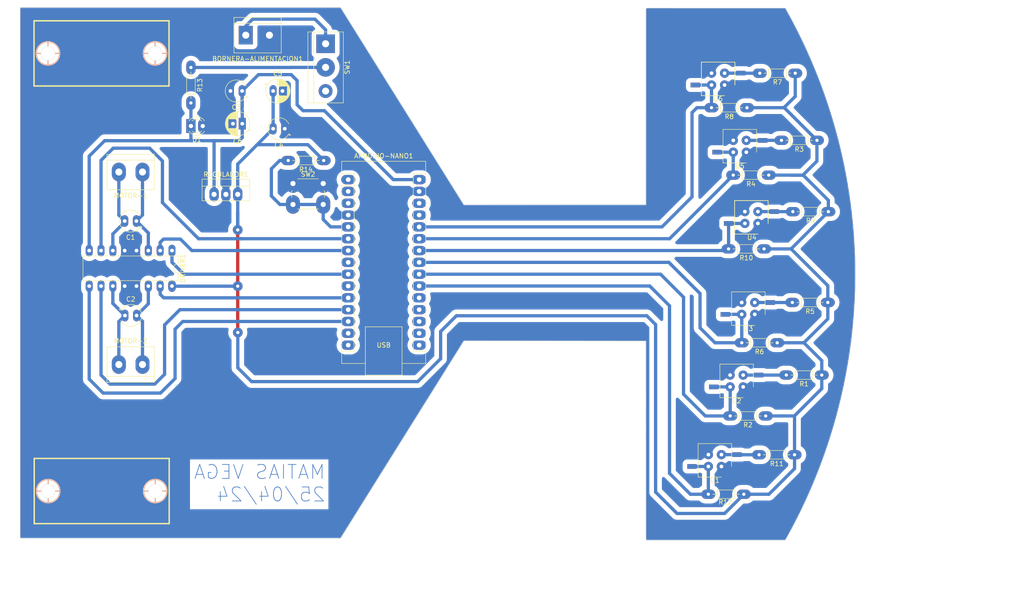
<source format=kicad_pcb>
(kicad_pcb (version 20240108) (generator "pcbnew") (generator_version "8.0")
  (layers (0 "F.Cu" signal) (31 "B.Cu" signal) (34 "B.Paste" user) (35 "F.Paste" user) (36 "B.SilkS" user "B.Silkscreen") (37 "F.SilkS" user "F.Silkscreen") (38 "B.Mask" user) (39 "F.Mask" user) (44 "Edge.Cuts" user))
  (net 0 "")
  (net 1 "GND")
  (net 2 "/OUT")
  (net 3 "/OUT 1")
  (net 4 "/OUT 2")
  (net 5 "/OUT 3")
  (net 6 "/OUT 4")
  (net 7 "/OUT 5")
  (net 8 "/MOTOR-1A")
  (net 9 "/MOTOR-1B")
  (net 10 "/MOTOR-2A")
  (net 11 "/MOTOR-2B")
  (net 12 "/EN-MOTOR-1")
  (net 13 "/EN-MOTOR-2")
  (net 17 "VCC")
  (net 18 "Net-(U2-A)")
  (net 19 "Net-(U5-A)")
  (net 20 "Net-(U3-A)")
  (net 21 "Net-(U6-A)")
  (net 22 "Net-(U4-A)")
  (net 23 "Net-(U1-A)")
  (net 32 "+5V")
  (net 33 "/SWITCH")
  (net 34 "Net-(DRIVER1-2Y)")
  (net 35 "Net-(DRIVER1-1Y)")
  (net 36 "Net-(DRIVER1-3Y)")
  (net 37 "Net-(DRIVER1-4Y)")
  (net 40 "Net-(BORNERA-ALIMENTACION1-Pin_2)")
  (net 41 "Net-(SW1A-B)")
  (footprint "Capacitor_THT:CP_Radial_Tantal_D4.5mm_P2.50mm" (layer "F.Cu") (at 106.748857 55.415 180)
    (property "Reference" "C4" (at 1.25 -3.5 180) (layer "F.SilkS"))
    (property "Value" ".1μF")
    (pad "1" thru_hole oval (at 0 0 180) (size 1.5 2.5) (drill 0.8) (layers "*.Cu" "*.Mask") (net 1 "GND"))
    (pad "2" thru_hole oval (at 2.5 0 180) (size 1.5 2.5) (drill 0.8) (layers "*.Cu" "*.Mask") (net 32 "+5V"))
  )
  (footprint "Package_TO_SOT_THT:TO-220-3_Vertical" (layer "F.Cu") (at 91.56 69.52)
    (property "Reference" "REGULADOR1" (at 2.54 -4.27 0) (layer "F.SilkS"))
    (property "Value" "L7805")
    (pad "1" thru_hole oval (at 0 0) (size 2 3) (drill 1.1) (layers "*.Cu" "*.Mask") (net 17 "VCC"))
    (pad "2" thru_hole oval (at 2.54 0) (size 2 3) (drill 1.1) (layers "*.Cu" "*.Mask") (net 1 "GND"))
    (pad "3" thru_hole oval (at 5.08 0) (size 2 3) (drill 1.1) (layers "*.Cu" "*.Mask") (net 32 "+5V"))
  )
  (footprint "Capacitor_THT:CP_Radial_Tantal_D4.5mm_P2.50mm" (layer "F.Cu") (at 74.868856 75.245 180)
    (property "Reference" "C1" (at 1.25 -3.5 180) (layer "F.SilkS"))
    (property "Value" "C")
    (pad "1" thru_hole oval (at 0 0 180) (size 1.5 2.5) (drill 0.8) (layers "*.Cu" "*.Mask") (net 35 "Net-(DRIVER1-1Y)"))
    (pad "2" thru_hole oval (at 2.5 0 180) (size 1.5 2.5) (drill 0.8) (layers "*.Cu" "*.Mask") (net 34 "Net-(DRIVER1-2Y)"))
  )
  (footprint "Resistor_THT:R_Axial_DIN0204_L3.6mm_D1.6mm_P7.62mm_Horizontal" (layer "F.Cu") (at 216.415 43.49 180)
    (property "Reference" "R7" (at 3.81 -1.92 0) (layer "F.SilkS"))
    (property "Value" "220")
    (pad "1" thru_hole oval (at 0 0 180) (size 3 2) (drill 0.7) (layers "*.Cu" "*.Mask") (net 32 "+5V"))
    (pad "2" thru_hole oval (at 7.62 0 180) (size 3 2) (drill 0.7) (layers "*.Cu" "*.Mask") (net 21 "Net-(U6-A)"))
  )
  (footprint "OptoDevice:Vishay_CNY70" (layer "F.Cu") (at 208.395 75.76 180)
    (property "Reference" "U4" (at 1.294 -3.036 0) (layer "F.SilkS"))
    (property "Value" "CNY70")
    (pad "1" thru_hole rect (at -3.5 2.54 180) (size 2 1) (drill 0.0001) (layers "*.Cu" "*.Mask") (net 22 "Net-(U4-A)"))
    (pad "1" thru_hole circle (at 0 2.54 180) (size 2 2) (drill 0.8) (layers "*.Cu" "*.Mask") (net 22 "Net-(U4-A)"))
    (pad "2" thru_hole circle (at 2.8 2.54 180) (size 2 2) (drill 0.8) (layers "*.Cu" "*.Mask") (net 1 "GND"))
    (pad "2" thru_hole rect (at 6.3 2.54 180) (size 2 1) (drill 0.0001) (layers "*.Cu" "*.Mask") (net 1 "GND"))
    (pad "3" thru_hole circle (at 2.8 0 180) (size 2 2) (drill 0.8) (layers "*.Cu" "*.Mask") (net 6 "/OUT 4"))
    (pad "3" thru_hole rect (at 6.3 0 180) (size 2 1) (drill 0.0001) (layers "*.Cu" "*.Mask") (net 6 "/OUT 4"))
    (pad "4" thru_hole rect (at -3.5 0 180) (size 2 1) (drill 0.0001) (layers "*.Cu" "*.Mask") (net 1 "GND"))
    (pad "4" thru_hole circle (at 0 0 180) (size 2 2) (drill 0.8) (layers "*.Cu" "*.Mask") (net 1 "GND"))
  )
  (footprint "Resistor_THT:R_Axial_DIN0204_L3.6mm_D1.6mm_P7.62mm_Horizontal" (layer "F.Cu") (at 210.715 65.38 180)
    (property "Reference" "R4" (at 3.81 -1.92 0) (layer "F.SilkS"))
    (property "Value" "10K")
    (pad "1" thru_hole oval (at 0 0 180) (size 3 2) (drill 0.7) (layers "*.Cu" "*.Mask") (net 32 "+5V"))
    (pad "2" thru_hole oval (at 7.62 0 180) (size 3 2) (drill 0.7) (layers "*.Cu" "*.Mask") (net 4 "/OUT 2"))
  )
  (footprint "Module:Arduino_Nano" (layer "F.Cu") (at 120.38 66.345)
    (property "Reference" "ARDUINO-NANO1" (at 7.62 -5.08 0) (layer "F.SilkS"))
    (property "Value" "Arduino_Nano_Every" (hide yes))
    (fp_text user "USB" (at 7.62 35.56 0) (layer "F.SilkS"))
    (pad "1" thru_hole oval (at 0 0) (size 3 2) (drill 1) (layers "*.Cu" "*.Mask"))
    (pad "2" thru_hole oval (at 0 2.54) (size 3 2) (drill 1) (layers "*.Cu" "*.Mask"))
    (pad "3" thru_hole oval (at 0 5.08) (size 3 2) (drill 1) (layers "*.Cu" "*.Mask"))
    (pad "4" thru_hole oval (at 0 7.62) (size 3 2) (drill 1) (layers "*.Cu" "*.Mask") (net 1 "GND"))
    (pad "5" thru_hole oval (at 0 10.16) (size 3 2) (drill 1) (layers "*.Cu" "*.Mask") (net 33 "/SWITCH"))
    (pad "6" thru_hole oval (at 0 12.7) (size 3 2) (drill 1) (layers "*.Cu" "*.Mask") (net 9 "/MOTOR-1B"))
    (pad "7" thru_hole oval (at 0 15.24) (size 3 2) (drill 1) (layers "*.Cu" "*.Mask") (net 8 "/MOTOR-1A"))
    (pad "8" thru_hole oval (at 0 17.78) (size 3 2) (drill 1) (layers "*.Cu" "*.Mask"))
    (pad "9" thru_hole oval (at 0 20.32) (size 3 2) (drill 1) (layers "*.Cu" "*.Mask" "Eco1.User") (net 12 "/EN-MOTOR-1"))
    (pad "10" thru_hole oval (at 0 22.86) (size 3 2) (drill 1) (layers "*.Cu" "*.Mask"))
    (pad "11" thru_hole oval (at 0 25.4) (size 3 2) (drill 1) (layers "*.Cu" "*.Mask") (net 10 "/MOTOR-2A"))
    (pad "12" thru_hole oval (at 0 27.94) (size 3 2) (drill 1) (layers "*.Cu" "*.Mask") (net 11 "/MOTOR-2B"))
    (pad "13" thru_hole oval (at 0 30.48) (size 3 2) (drill 1) (layers "*.Cu" "*.Mask") (net 13 "/EN-MOTOR-2"))
    (pad "14" thru_hole oval (at 0 33.02) (size 3 2) (drill 1) (layers "*.Cu" "*.Mask"))
    (pad "15" thru_hole oval (at 0 35.56) (size 3 2) (drill 1) (layers "*.Cu" "*.Mask"))
    (pad "16" thru_hole oval (at 15.24 35.56) (size 3 2) (drill 1) (layers "*.Cu" "*.Mask"))
    (pad "17" thru_hole oval (at 15.24 33.02) (size 3 2) (drill 1) (layers "*.Cu" "*.Mask"))
    (pad "18" thru_hole oval (at 15.24 30.48) (size 3 2) (drill 1) (layers "*.Cu" "*.Mask"))
    (pad "19" thru_hole oval (at 15.24 27.94) (size 3 2) (drill 1) (layers "*.Cu" "*.Mask"))
    (pad "20" thru_hole oval (at 15.24 25.4) (size 3 2) (drill 1) (layers "*.Cu" "*.Mask"))
    (pad "21" thru_hole oval (at 15.24 22.86) (size 3 2) (drill 1) (layers "*.Cu" "*.Mask") (net 7 "/OUT 5"))
    (pad "22" thru_hole oval (at 15.24 20.32) (size 3 2) (drill 1) (layers "*.Cu" "*.Mask") (net 2 "/OUT"))
    (pad "23" thru_hole oval (at 15.24 17.78) (size 3 2) (drill 1) (layers "*.Cu" "*.Mask") (net 3 "/OUT 1"))
    (pad "24" thru_hole oval (at 15.24 15.24) (size 3 2) (drill 1) (layers "*.Cu" "*.Mask") (net 6 "/OUT 4"))
    (pad "25" thru_hole oval (at 15.24 12.7) (size 3 2) (drill 1) (layers "*.Cu" "*.Mask") (net 4 "/OUT 2"))
    (pad "26" thru_hole oval (at 15.24 10.16) (size 3 2) (drill 1) (layers "*.Cu" "*.Mask") (net 5 "/OUT 3"))
    (pad "27" thru_hole oval (at 15.24 7.62) (size 3 2) (drill 1) (layers "*.Cu" "*.Mask"))
    (pad "28" thru_hole oval (at 15.24 5.08) (size 3 2) (drill 1) (layers "*.Cu" "*.Mask"))
    (pad "29" thru_hole oval (at 15.24 2.54) (size 3 2) (drill 1) (layers "*.Cu" "*.Mask") (net 1 "GND"))
    (pad "30" thru_hole oval (at 15.24 0) (size 3 2) (drill 1) (layers "*.Cu" "*.Mask") (net 17 "VCC"))
  )
  (footprint "Capacitor_THT:CP_Radial_D5.0mm_P2.00mm" (layer "F.Cu") (at 104.244888 47.305)
    (property "Reference" "C5" (at 1 -3.75 0) (layer "F.SilkS"))
    (property "Value" "22μF")
    (pad "1" thru_hole oval (at 0 0) (size 1.5 2.5) (drill 0.8) (layers "*.Cu" "*.Mask") (net 32 "+5V"))
    (pad "2" thru_hole oval (at 2 0) (size 1.5 2.5) (drill 0.8) (layers "*.Cu" "*.Mask") (net 1 "GND"))
  )
  (footprint "Resistor_THT:R_Axial_DIN0204_L3.6mm_D1.6mm_P7.62mm_Horizontal" (layer "F.Cu") (at 223.525 73.23 180)
    (property "Reference" "R9" (at 3.81 -1.92 0) (layer "F.SilkS"))
    (property "Value" "220")
    (pad "1" thru_hole oval (at 0 0 180) (size 3 2) (drill 0.7) (layers "*.Cu" "*.Mask") (net 32 "+5V"))
    (pad "2" thru_hole oval (at 7.62 0 180) (size 3 2) (drill 0.7) (layers "*.Cu" "*.Mask") (net 22 "Net-(U4-A)"))
  )
  (footprint "Library:Pololu_Micro_Con_Soporte_Simple" (layer "F.Cu") (at 67.379982 39.233797)
    (property "Reference" "Pololu_Micro_Gear_Motor" (hide yes))
    (property "Value" "VAL**" (hide yes))
    (pad "1" thru_hole circle (at 11.5 0) (size 3 3) (drill 3) (layers "*.Cu" "F.SilkS"))
    (pad "4" thru_hole circle (at -11.5 0) (size 3 3) (drill 3) (layers "*.Cu" "F.SilkS"))
  )
  (footprint "OptoDevice:Vishay_CNY70" (layer "F.Cu") (at 205.225 110.89 180)
    (property "Reference" "U2" (at 1.4 -3 180) (layer "F.SilkS"))
    (property "Value" "CNY70")
    (pad "1" thru_hole rect (at -3.35 2.55 180) (size 2 1) (drill 0.0001) (layers "*.Cu" "*.Mask") (net 18 "Net-(U2-A)"))
    (pad "1" thru_hole circle (at 0 2.55 180) (size 2 2) (drill 0.8) (layers "*.Cu" "*.Mask") (net 18 "Net-(U2-A)"))
    (pad "2" thru_hole circle (at 2.8 2.55 180) (size 2 2) (drill 0.8) (layers "*.Cu" "*.Mask") (net 1 "GND"))
    (pad "2" thru_hole rect (at 6.33 2.55 180) (size 2 1) (drill 0.0001) (layers "*.Cu" "*.Mask") (net 1 "GND"))
    (pad "3" thru_hole circle (at 2.8 0.01 180) (size 2 2) (drill 0.8) (layers "*.Cu" "*.Mask") (net 2 "/OUT"))
    (pad "3" thru_hole rect (at 6.33 0.01 180) (size 2 1) (drill 0.0001) (layers "*.Cu" "*.Mask") (net 2 "/OUT"))
    (pad "4" thru_hole rect (at -3.35 0.01 180) (size 2 1) (drill 0.0001) (layers "*.Cu" "*.Mask") (net 1 "GND"))
    (pad "4" thru_hole circle (at 0 0.01 180) (size 2 2) (drill 0.8) (layers "*.Cu" "*.Mask") (net 1 "GND"))
  )
  (footprint "Resistor_THT:R_Axial_DIN0204_L3.6mm_D1.6mm_P7.62mm_Horizontal" (layer "F.Cu") (at 223.415 92.74 180)
    (property "Reference" "R5" (at 3.81 -1.92 180) (layer "F.SilkS"))
    (property "Value" "220")
    (pad "1" thru_hole oval (at 0 0 180) (size 3 2) (drill 0.7) (layers "*.Cu" "*.Mask") (net 32 "+5V"))
    (pad "2" thru_hole oval (at 7.62 0 180) (size 3 2) (drill 0.7) (layers "*.Cu" "*.Mask") (net 20 "Net-(U3-A)"))
  )
  (footprint "Resistor_THT:R_Axial_DIN0204_L3.6mm_D1.6mm_P7.62mm_Horizontal" (layer "F.Cu") (at 222.115 108.33 180)
    (property "Reference" "R1" (at 3.81 -1.92 180) (layer "F.SilkS"))
    (property "Value" "220")
    (pad "1" thru_hole oval (at 0 0 180) (size 3 2) (drill 0.7) (layers "*.Cu" "*.Mask") (net 32 "+5V"))
    (pad "2" thru_hole oval (at 7.62 0 180) (size 3 2) (drill 0.7) (layers "*.Cu" "*.Mask") (net 18 "Net-(U2-A)"))
  )
  (footprint "Resistor_THT:R_Axial_DIN0204_L3.6mm_D1.6mm_P7.62mm_Horizontal" (layer "F.Cu") (at 221.075 57.91 180)
    (property "Reference" "R3" (at 3.81 -1.92 0) (layer "F.SilkS"))
    (property "Value" "220")
    (pad "1" thru_hole oval (at 0 0 180) (size 3 2) (drill 0.7) (layers "*.Cu" "*.Mask") (net 32 "+5V"))
    (pad "2" thru_hole oval (at 7.62 0 180) (size 3 2) (drill 0.7) (layers "*.Cu" "*.Mask") (net 19 "Net-(U5-A)"))
  )
  (footprint "TerminalBlock:TerminalBlock_bornier-2_P5.08mm" (layer "F.Cu") (at 76.18 64.715 180)
    (property "Reference" "MOTOR-1" (at 2.54 -5.08 180) (layer "F.SilkS"))
    (property "Value" "Screw_Terminal_01x02")
    (pad "1" thru_hole oval (at 0 0 180) (size 3 4) (drill 1.52) (layers "*.Cu" "*.Mask") (net 35 "Net-(DRIVER1-1Y)"))
    (pad "2" thru_hole oval (at 5.08 0 180) (size 3 4) (drill 1.52) (layers "*.Cu" "*.Mask") (net 34 "Net-(DRIVER1-2Y)"))
  )
  (footprint "Button_Switch_THT:SW_PUSH_6mm_H4.3mm" (layer "F.Cu") (at 108.51 67.185)
    (property "Reference" "SW2" (at 3.25 -2 0) (layer "F.SilkS"))
    (property "Value" "PULSADOR")
    (pad "1" thru_hole oval (at 0 0 90) (size 4 3) (drill 1.1) (layers "*.Cu" "*.Mask") (net 1 "GND"))
    (pad "1" thru_hole oval (at 6.5 0 90) (size 4 3) (drill 1.1) (layers "*.Cu" "*.Mask") (net 1 "GND"))
    (pad "2" thru_hole oval (at 0 4.5 90) (size 4 3) (drill 1.1) (layers "*.Cu" "*.Mask") (net 33 "/SWITCH"))
    (pad "2" thru_hole oval (at 6.5 4.5 90) (size 4 3) (drill 1.1) (layers "*.Cu" "*.Mask") (net 33 "/SWITCH"))
  )
  (footprint "TerminalBlock:TerminalBlock_bornier-3_P5.08mm" (layer "F.Cu") (at 115.52 37.16 -90)
    (property "Reference" "SW1" (at 5.05 -4.65 90) (layer "F.SilkS"))
    (property "Value" "SW_DPST_x2")
    (pad "1" thru_hole rect (at 0 0 270) (size 4 4) (drill 1.52) (layers "*.Cu" "*.Mask") (net 40 "Net-(BORNERA-ALIMENTACION1-Pin_2)"))
    (pad "2" thru_hole circle (at 5.08 0 270) (size 4 4) (drill 1.52) (layers "*.Cu" "*.Mask") (net 41 "Net-(SW1A-B)"))
    (pad "3" thru_hole circle (at 10.16 0 270) (size 3 3) (drill 1.52) (layers "*.Cu" "*.Mask"))
  )
  (footprint "OptoDevice:Vishay_CNY70" (layer "F.Cu") (at 201.235 46.02 180)
    (property "Reference" "U6" (at 1.4 -3 0) (layer "F.SilkS"))
    (property "Value" "CNY70")
    (pad "1" thru_hole rect (at -3.5 2.54 180) (size 2 1) (drill 0.0001) (layers "*.Cu" "*.Mask") (net 21 "Net-(U6-A)"))
    (pad "1" thru_hole circle (at 0 2.54 270) (size 2 2) (drill 0.8) (layers "*.Cu" "*.Mask") (net 21 "Net-(U6-A)"))
    (pad "2" thru_hole circle (at 2.8 2.54 180) (size 2 2) (drill 0.8) (layers "*.Cu" "*.Mask") (net 1 "GND"))
    (pad "2" thru_hole rect (at 6.3 2.54 180) (size 2 1) (drill 0.0001) (layers "*.Cu" "*.Mask") (net 1 "GND"))
    (pad "3" thru_hole circle (at 2.8 0 180) (size 2 2) (drill 0.8) (layers "*.Cu" "*.Mask") (net 5 "/OUT 3"))
    (pad "3" thru_hole rect (at 6.3 0 180) (size 2 1) (drill 0.0001) (layers "*.Cu" "*.Mask") (net 5 "/OUT 3"))
    (pad "4" thru_hole rect (at -3.5 0 180) (size 2 1) (drill 0.0001) (layers "*.Cu" "*.Mask") (net 1 "GND"))
    (pad "4" thru_hole circle (at 0 0 180) (size 2 2) (drill 0.8) (layers "*.Cu" "*.Mask") (net 1 "GND"))
  )
  (footprint "Resistor_THT:R_Axial_DIN0204_L3.6mm_D1.6mm_P7.62mm_Horizontal" (layer "F.Cu") (at 86.585 42.255 -90)
    (property "Reference" "R13" (at 3.81 -1.92 90) (layer "F.SilkS"))
    (property "Value" "470")
    (pad "1" thru_hole oval (at 0 0 270) (size 3 2) (drill 0.7) (layers "*.Cu" "*.Mask") (net 41 "Net-(SW1A-B)"))
    (pad "2" thru_hole oval (at 7.62 0 270) (size 3 2) (drill 0.7) (layers "*.Cu" "*.Mask") (net 17 "VCC"))
  )
  (footprint "OptoDevice:Vishay_CNY70" (layer "F.Cu") (at 200.545 127.96 180)
    (property "Reference" "U1" (at 1.4 -3 180) (layer "F.SilkS"))
    (property "Value" "CNY70")
    (pad "1" thru_hole rect (at -3.36 2.53 180) (size 2 1) (drill 0.0001) (layers "*.Cu" "*.Mask") (net 23 "Net-(U1-A)"))
    (pad "1" thru_hole circle (at -0.01 2.53 180) (size 2 2) (drill 0.8) (layers "*.Cu" "*.Mask") (net 23 "Net-(U1-A)"))
    (pad "2" thru_hole circle (at 2.79 2.53 180) (size 2 2) (drill 0.8) (layers "*.Cu" "*.Mask") (net 1 "GND"))
    (pad "2" thru_hole rect (at 6.32 2.53 180) (size 2 1) (drill 0.0001) (layers "*.Cu" "*.Mask") (net 1 "GND"))
    (pad "3" thru_hole circle (at 2.79 -0.01 180) (size 2 2) (drill 0.8) (layers "*.Cu" "*.Mask") (net 7 "/OUT 5"))
    (pad "3" thru_hole rect (at 6.32 -0.01 180) (size 2 1) (drill 0.0001) (layers "*.Cu" "*.Mask") (net 7 "/OUT 5"))
    (pad "4" thru_hole rect (at -3.36 -0.01 180) (size 2 1) (drill 0.0001) (layers "*.Cu" "*.Mask") (net 1 "GND"))
    (pad "4" thru_hole circle (at -0.01 -0.01 180) (size 2 2) (drill 0.8) (layers "*.Cu" "*.Mask") (net 1 "GND"))
  )
  (footprint "Capacitor_THT:CP_Radial_Tantal_D4.5mm_P2.50mm" (layer "F.Cu") (at 97.578857 47.305 180)
    (property "Reference" "C3" (at 1.25 -3.5 180) (layer "F.SilkS"))
    (property "Value" ".1μF")
    (pad "1" thru_hole oval (at 0 0 180) (size 1.5 2.5) (drill 0.8) (layers "*.Cu" "*.Mask") (net 17 "VCC"))
    (pad "2" thru_hole oval (at 2.5 0 180) (size 1.5 2.5) (drill 0.8) (layers "*.Cu" "*.Mask") (net 1 "GND"))
  )
  (footprint "Resistor_THT:R_Axial_DIN0204_L3.6mm_D1.6mm_P7.62mm_Horizontal" (layer "F.Cu") (at 209.715 81.235 180)
    (property "Reference" "R10" (at 3.81 -1.92 0) (layer "F.SilkS"))
    (property "Value" "10K")
    (pad "1" thru_hole oval (at 0 0 180) (size 3 2) (drill 0.7) (layers "*.Cu" "*.Mask") (net 32 "+5V"))
    (pad "2" thru_hole oval (at 7.62 0 180) (size 3 2) (drill 0.7) (layers "*.Cu" "*.Mask") (net 6 "/OUT 4"))
  )
  (footprint "Capacitor_THT:CP_Radial_D5.0mm_P2.00mm" (layer "F.Cu") (at 97.615 54.34 180)
    (property "Reference" "C6" (at 1 -3.75 180) (layer "F.SilkS"))
    (property "Value" "22μF")
    (pad "1" thru_hole rect (at 0 0 180) (size 1.5 2.5) (drill 0.8) (layers "*.Cu" "*.Mask") (net 17 "VCC"))
    (pad "2" thru_hole oval (at 2 0 180) (size 1.5 2.5) (drill 0.8) (layers "*.Cu" "*.Mask") (net 1 "GND"))
  )
  (footprint "Library:Pololu_Micro_Con_Soporte_Simple" (layer "F.Cu") (at 67.419982 133.253797)
    (property "Reference" "Pololu_Micro_Gear_Motor" (hide yes))
    (property "Value" "VAL**" (hide yes))
    (pad "1" thru_hole circle (at 11.5 0) (size 3 3) (drill 3) (layers "*.Cu" "F.SilkS"))
    (pad "4" thru_hole circle (at -11.5 0) (size 3 3) (drill 3) (layers "*.Cu" "F.SilkS"))
  )
  (footprint "Package_DIP:DIP-16_W7.62mm" (layer "F.Cu") (at 82.515 81.595 -90)
    (property "Reference" "DRIVER1" (at 3.81 -2.33 90) (layer "F.SilkS"))
    (property "Value" "L293")
    (pad "1" thru_hole oval (at 0 0 270) (size 2.5 1.5) (drill 0.8) (layers "*.Cu" "*.Mask") (net 12 "/EN-MOTOR-1"))
    (pad "2" thru_hole oval (at 0 2.54 270) (size 2.5 1.5) (drill 0.8) (layers "*.Cu" "*.Mask") (net 8 "/MOTOR-1A"))
    (pad "3" thru_hole oval (at 0 5.08 270) (size 2.5 1.5) (drill 0.8) (layers "*.Cu" "*.Mask") (net 35 "Net-(DRIVER1-1Y)"))
    (pad "4" thru_hole oval (at 0 7.62 270) (size 2.5 1.5) (drill 0.8) (layers "*.Cu" "*.Mask") (net 1 "GND"))
    (pad "5" thru_hole oval (at 0 10.16 270) (size 2.5 1.5) (drill 0.8) (layers "*.Cu" "*.Mask") (net 1 "GND"))
    (pad "6" thru_hole oval (at 0 12.7 270) (size 2.5 1.5) (drill 0.8) (layers "*.Cu" "*.Mask") (net 34 "Net-(DRIVER1-2Y)"))
    (pad "7" thru_hole oval (at 0 15.24 270) (size 2.5 1.5) (drill 0.8) (layers "*.Cu" "*.Mask") (net 9 "/MOTOR-1B"))
    (pad "8" thru_hole oval (at 0 17.78 270) (size 2.5 1.5) (drill 0.8) (layers "*.Cu" "*.Mask") (net 17 "VCC"))
    (pad "9" thru_hole oval (at 7.62 17.78 270) (size 2.5 1.5) (drill 0.8) (layers "*.Cu" "*.Mask") (net 13 "/EN-MOTOR-2"))
    (pad "10" thru_hole oval (at 7.62 15.24 270) (size 2.5 1.5) (drill 0.8) (layers "*.Cu" "*.Mask") (net 11 "/MOTOR-2B"))
    (pad "11" thru_hole oval (at 7.62 12.7 270) (size 2.5 1.5) (drill 0.8) (layers "*.Cu" "*.Mask") (net 36 "Net-(DRIVER1-3Y)"))
    (pad "12" thru_hole oval (at 7.62 10.16 270) (size 2.5 1.5) (drill 0.8) (layers "*.Cu" "*.Mask") (net 1 "GND"))
    (pad "13" thru_hole oval (at 7.62 7.62 270) (size 2.5 1.5) (drill 0.8) (layers "*.Cu" "*.Mask") (net 1 "GND"))
    (pad "14" thru_hole oval (at 7.62 5.08 270) (size 2.5 1.5) (drill 0.8) (layers "*.Cu" "*.Mask") (net 37 "Net-(DRIVER1-4Y)"))
    (pad "15" thru_hole oval (at 7.62 2.54 270) (size 2.5 1.5) (drill 0.8) (layers "*.Cu" "*.Mask") (net 10 "/MOTOR-2A"))
    (pad "16" thru_hole oval (at 7.62 0 270) (size 2.5 1.6) (drill 0.8) (layers "*.Cu" "*.Mask") (net 32 "+5V"))
  )
  (footprint "TerminalBlock:TerminalBlock_bornier-2_P5.08mm" (layer "F.Cu") (at 71.1 106.075)
    (property "Reference" "MOTOR-2" (at 2.54 -5.08 0) (layer "F.SilkS"))
    (property "Value" "Screw_Terminal_01x02")
    (pad "1" thru_hole oval (at 0 0) (size 3 4) (drill 1.52) (layers "*.Cu" "*.Mask") (net 36 "Net-(DRIVER1-3Y)"))
    (pad "2" thru_hole oval (at 5.08 0) (size 3 4) (drill 1.52) (layers "*.Cu" "*.Mask") (net 37 "Net-(DRIVER1-4Y)"))
  )
  (footprint "Resistor_THT:R_Axial_DIN0204_L3.6mm_D1.6mm_P7.62mm_Horizontal" (layer "F.Cu") (at 216.265 125.46 180)
    (property "Reference" "R11" (at 3.81 -1.92 180) (layer "F.SilkS"))
    (property "Value" "220")
    (pad "1" thru_hole oval (at 0 0 180) (size 3 2) (drill 0.7) (layers "*.Cu" "*.Mask") (net 32 "+5V"))
    (pad "2" thru_hole oval (at 7.62 0 180) (size 3 2) (drill 0.7) (layers "*.Cu" "*.Mask" "Dwgs.User") (net 23 "Net-(U1-A)"))
  )
  (footprint "OptoDevice:Vishay_CNY70" (layer "F.Cu") (at 205.905 60.46 180)
    (property "Reference" "U5" (at 1.4 -3 0) (layer "F.SilkS"))
    (property "Value" "CNY70")
    (pad "1" thru_hole rect (at -3.5 2.54 180) (size 2 1) (drill 0.0001) (layers "*.Cu" "*.Mask") (net 19 "Net-(U5-A)"))
    (pad "1" thru_hole circle (at 0 2.54 180) (size 2 2) (drill 0.8) (layers "*.Cu" "*.Mask") (net 19 "Net-(U5-A)"))
    (pad "2" thru_hole circle (at 2.8 2.54 180) (size 2 2) (drill 0.8) (layers "*.Cu" "*.Mask") (net 1 "GND"))
    (pad "2" thru_hole rect (at 6.3 2.54 180) (size 2 1) (drill 0.0001) (layers "*.Cu" "*.Mask") (net 1 "GND"))
    (pad "3" thru_hole circle (at 2.8 0 180) (size 2 2) (drill 0.8) (layers "*.Cu" "*.Mask") (net 4 "/OUT 2"))
    (pad "3" thru_hole rect (at 6.3 0) (size 2 1) (drill 0.0001) (layers "*.Cu" "*.Mask") (net 4 "/OUT 2"))
    (pad "4" thru_hole rect (at -3.5 0 180) (size 2 1) (drill 0.0001) (layers "*.Cu" "*.Mask") (net 1 "GND"))
    (pad "4" thru_hole circle (at 0 0 180) (size 2 2) (drill 0.8) (layers "*.Cu" "*.Mask") (net 1 "GND"))
  )
  (footprint "Resistor_THT:R_Axial_DIN0204_L3.6mm_D1.6mm_P7.62mm_Horizontal" (layer "F.Cu") (at 206.045 50.9 180)
    (property "Reference" "R8" (at 3.81 -1.92 0) (layer "F.SilkS"))
    (property "Value" "10K")
    (pad "1" thru_hole oval (at 0 0 180) (size 3 2) (drill 0.7) (layers "*.Cu" "*.Mask") (net 32 "+5V"))
    (pad "2" thru_hole oval (at 7.62 0 180) (size 3 2) (drill 0.7) (layers "*.Cu" "*.Mask") (net 5 "/OUT 3"))
  )
  (footprint "OptoDevice:Vishay_CNY70" (layer "F.Cu") (at 207.745 95.36 180)
    (property "Reference" "U3" (at 1.4 -3 180) (layer "F.SilkS"))
    (property "Value" "CNY70")
    (pad "1" thru_hole rect (at -3.32 2.61 180) (size 2 1) (drill 0.0001) (layers "*.Cu" "*.Mask") (net 20 "Net-(U3-A)"))
    (pad "1" thru_hole circle (at 0.03 2.61 180) (size 2 2) (drill 0.8) (layers "*.Cu" "*.Mask") (net 20 "Net-(U3-A)"))
    (pad "2" thru_hole circle (at 2.83 2.61 180) (size 2 2) (drill 0.8) (layers "*.Cu" "*.Mask") (net 1 "GND"))
    (pad "2" thru_hole rect (at 6.36 2.61 180) (size 2 1) (drill 0.0001) (layers "*.Cu" "*.Mask") (net 1 "GND"))
    (pad "3" thru_hole circle (at 2.83 0.07 180) (size 2 2) (drill 0.8) (layers "*.Cu" "*.Mask") (net 3 "/OUT 1"))
    (pad "3" thru_hole rect (at 6.36 0.07 180) (size 2 1) (drill 0.0001) (layers "*.Cu" "*.Mask") (net 3 "/OUT 1"))
    (pad "4" thru_hole rect (at -3.32 0.07 180) (size 2 1) (drill 0.0001) (layers "*.Cu" "*.Mask") (net 1 "GND"))
    (pad "4" thru_hole circle (at 0.03 0.07 180) (size 2 2) (drill 0.8) (layers "*.Cu" "*.Mask") (net 1 "GND"))
  )
  (footprint "TerminalBlock:TerminalBlock_bornier-2_P5.08mm" (layer "F.Cu") (at 103.45 35.32 180)
    (property "Reference" "BORNERA-ALIMENTACION1" (at 2.54 -5.08 180) (layer "F.SilkS"))
    (property "Value" "Screw_Terminal_01x02" (hide yes))
    (pad "1" thru_hole oval (at 0 0 180) (size 3 4) (drill 1.52) (layers "*.Cu" "*.Mask") (net 1 "GND"))
    (pad "2" thru_hole rect (at 5.08 0 180) (size 3 4) (drill 1.52) (layers "*.Cu" "*.Mask") (net 40 "Net-(BORNERA-ALIMENTACION1-Pin_2)"))
  )
  (footprint "Resistor_THT:R_Axial_DIN0204_L3.6mm_D1.6mm_P7.62mm_Horizontal" (layer "F.Cu") (at 212.545 101.4 180)
    (property "Reference" "R6" (at 3.81 -1.92 180) (layer "F.SilkS"))
    (property "Value" "10K")
    (pad "1" thru_hole oval (at 0 0 180) (size 3 2) (drill 0.7) (layers "*.Cu" "*.Mask") (net 32 "+5V"))
    (pad "2" thru_hole oval (at 7.62 0 180) (size 3 2) (drill 0.7) (layers "*.Cu" "*.Mask") (net 3 "/OUT 1"))
  )
  (footprint "Capacitor_THT:CP_Radial_Tantal_D4.5mm_P2.50mm" (layer "F.Cu") (at 72.411144 95.545)
    (property "Reference" "C2" (at 1.25 -3.5 0) (layer "F.SilkS"))
    (property "Value" "C")
    (pad "1" thru_hole oval (at 0 0) (size 1.5 2.5) (drill 0.8) (layers "*.Cu" "*.Mask") (net 36 "Net-(DRIVER1-3Y)"))
    (pad "2" thru_hole oval (at 2.5 0) (size 1.5 2.5) (drill 0.8) (layers "*.Cu" "*.Mask") (net 37 "Net-(DRIVER1-4Y)"))
  )
  (footprint "Resistor_THT:R_Axial_DIN0204_L3.6mm_D1.6mm_P7.62mm_Horizontal" (layer "F.Cu") (at 115.11 62.245 180)
    (property "Reference" "R14" (at 3.81 -1.92 180) (layer "F.SilkS"))
    (property "Value" "10K")
    (pad "1" thru_hole oval (at 0 0 180) (size 3 2) (drill 0.7) (layers "*.Cu" "*.Mask") (net 32 "+5V"))
    (pad "2" thru_hole oval (at 7.62 0 180) (size 3 2) (drill 0.7) (layers "*.Cu" "*.Mask") (net 33 "/SWITCH"))
  )
  (footprint "Resistor_THT:R_Axial_DIN0204_L3.6mm_D1.6mm_P7.62mm_Horizontal" (layer "F.Cu") (at 205.365 133.94 180)
    (property "Reference" "R12" (at 3.97 -1.69 180) (layer "F.SilkS"))
    (property "Value" "10K")
    (pad "1" thru_hole oval (at 0 0 180) (size 3 2) (drill 0.7) (layers "*.Cu" "*.Mask") (net 32 "+5V"))
    (pad "2" thru_hole oval (at 7.62 0 180) (size 3 2) (drill 0.7) (layers "*.Cu" "*.Mask") (net 7 "/OUT 5"))
  )
  (footprint "LED_THT:LED_D3.0mm_IRGrey" (layer "F.Cu") (at 89.125 54.835 180)
    (property "Reference" "D1" (at 1.27 -2.96 180) (layer "F.SilkS"))
    (property "Value" "LED")
    (pad "1" thru_hole oval (at 0 0 180) (size 2 3) (drill 0.9) (layers "*.Cu" "*.Mask") (net 1 "GND"))
    (pad "2" thru_hole rect (at 2.54 0 180) (size 2 3) (drill 0.9) (layers "*.Cu" "*.Mask") (net 17 "VCC"))
  )
  (footprint "Resistor_THT:R_Axial_DIN0204_L3.6mm_D1.6mm_P7.62mm_Horizontal" (layer "F.Cu") (at 210.065 117.12 180)
    (property "Reference" "R2" (at 3.81 -1.92 180) (layer "F.SilkS"))
    (property "Value" "10K")
    (pad "1" thru_hole oval (at 0 0 180) (size 3 2) (drill 0.7) (layers "*.Cu" "*.Mask") (net 32 "+5V"))
    (pad "2" thru_hole oval (at 7.62 0 180) (size 3 2) (drill 0.7) (layers "*.Cu" "*.Mask") (net 2 "/OUT"))
  )
  (gr_line (start 145.229963 100.972595) (end 184.345 101.015) (stroke (width 0.1)) (layer "Edge.Cuts"))
  (gr_line (start 49.9 29.378852) (end 49.9 143.375) (stroke (width 0.1)) (layer "Edge.Cuts"))
  (gr_line (start 118.734 29.378852) (end 145.229963 71.781257) (stroke (width 0.1)) (layer "Edge.Cuts"))
  (gr_line (start 118.734 29.378852) (end 49.9 29.378852) (stroke (width 0.1)) (layer "Edge.Cuts"))
  (gr_line (start 145.229963 71.781257) (end 184.345 71.745) (stroke (width 0.1)) (layer "Edge.Cuts"))
  (gr_arc (start 214.283444 29.503322) (mid 225.499696 57.10526) (end 229.321 86.653) (stroke (width 0.1)) (layer "Edge.Cuts"))
  (gr_line (start 118.734 143.375) (end 145.229963 100.972595) (stroke (width 0.1)) (layer "Edge.Cuts"))
  (gr_line (start 118.734 143.375) (end 49.9 143.375) (stroke (width 0.1)) (layer "Edge.Cuts"))
  (gr_line (start 184.355 143.795) (end 214.281234 143.790587) (stroke (width 0.1)) (layer "Edge.Cuts"))
  (gr_arc (start 229.321 86.653) (mid 225.497089 116.194648) (end 214.281234 143.790587) (stroke (width 0.1)) (layer "Edge.Cuts"))
  (gr_line (start 184.355 29.495) (end 214.283444 29.503322) (stroke (width 0.1)) (layer "Edge.Cuts"))
  (gr_line (start 184.345 101.015) (end 184.355 143.795) (stroke (width 0.1)) (layer "Edge.Cuts"))
  (gr_line (start 184.345 71.745) (end 184.355 29.495) (stroke (width 0.1)) (layer "Edge.Cuts"))
  (gr_text "MATIAS VEGA\n25/04/24" (at 115.57 135.745 0) (layer "B.Cu") (effects (font (size 3 3)) (justify left bottom mirror)))
  (segment (start 211.895 75.76) (end 208.395 75.76) (width 0.7) (layer "B.Cu") (net 1))
  (segment (start 192.415 112.45) (end 197.085 117.12) (width 0.7) (layer "B.Cu") (net 2))
  (segment (start 187.47 86.665) (end 192.415 91.61) (width 0.7) (layer "B.Cu") (net 2))
  (segment (start 197.085 117.12) (end 202.445 117.12) (width 0.7) (layer "B.Cu") (net 2))
  (segment (start 202.425 110.88) (end 198.895 110.88) (width 0.7) (layer "B.Cu") (net 2))
  (segment (start 202.445 117.12) (end 202.445 110.9) (width 0.7) (layer "B.Cu") (net 2))
  (segment (start 202.445 110.9) (end 202.425 110.88) (width 0.7) (layer "B.Cu") (net 2))
  (segment (start 192.415 91.61) (end 192.415 112.45) (width 0.7) (layer "B.Cu") (net 2))
  (segment (start 135.62 86.665) (end 187.47 86.665) (width 0.7) (layer "B.Cu") (net 2))
  (segment (start 204.925 95.3) (end 204.915 95.29) (width 0.7) (layer "B.Cu") (net 3))
  (segment (start 204.915 95.29) (end 201.385 95.29) (width 0.7) (layer "B.Cu") (net 3))
  (segment (start 189.26 84.125) (end 195.965 90.83) (width 0.7) (layer "B.Cu") (net 3))
  (segment (start 189.26 84.125) (end 189.805 84.67) (width 0.7) (layer "B.Cu") (net 3))
  (segment (start 195.965 90.83) (end 195.965 98.2) (width 0.7) (layer "B.Cu") (net 3))
  (segment (start 195.965 98.2) (end 199.165 101.4) (width 0.7) (layer "B.Cu") (net 3))
  (segment (start 204.925 101.4) (end 204.925 95.3) (width 0.7) (layer "B.Cu") (net 3))
  (segment (start 199.165 101.4) (end 204.925 101.4) (width 0.7) (layer "B.Cu") (net 3))
  (segment (start 135.62 84.125) (end 189.26 84.125) (width 0.7) (layer "B.Cu") (net 3))
  (segment (start 203.095 60.47) (end 203.105 60.46) (width 0.7) (layer "B.Cu") (net 4))
  (segment (start 203.085 65.38) (end 203.095 65.38) (width 0.7) (layer "B.Cu") (net 4))
  (segment (start 203.105 60.46) (end 199.605 60.46) (width 0.7) (layer "B.Cu") (net 4))
  (segment (start 203.095 65.38) (end 203.095 60.47) (width 0.7) (layer "B.Cu") (net 4))
  (segment (start 189.42 79.045) (end 203.085 65.38) (width 0.7) (layer "B.Cu") (net 4))
  (segment (start 135.62 79.045) (end 189.42 79.045) (width 0.7) (layer "B.Cu") (net 4))
  (segment (start 198.425 46.03) (end 198.435 46.02) (width 0.7) (layer "B.Cu") (net 5))
  (segment (start 194.245 70.05) (end 194.245 51.95) (width 0.7) (layer "B.Cu") (net 5))
  (segment (start 195.295 50.9) (end 198.425 50.9) (width 0.7) (layer "B.Cu") (net 5))
  (segment (start 198.435 46.02) (end 194.935 46.02) (width 0.7) (layer "B.Cu") (net 5))
  (segment (start 198.425 50.9) (end 198.425 46.03) (width 0.7) (layer "B.Cu") (net 5))
  (segment (start 187.79 76.505) (end 194.245 70.05) (width 0.7) (layer "B.Cu") (net 5))
  (segment (start 194.245 51.95) (end 195.295 50.9) (width 0.7) (layer "B.Cu") (net 5))
  (segment (start 135.62 76.505) (end 187.79 76.505) (width 0.7) (layer "B.Cu") (net 5))
  (segment (start 202.095 81.235) (end 202.095 75.76) (width 0.7) (layer "B.Cu") (net 6))
  (segment (start 202.095 75.76) (end 205.595 75.76) (width 0.7) (layer "B.Cu") (net 6))
  (segment (start 135.62 81.585) (end 201.745 81.585) (width 0.7) (layer "B.Cu") (net 6))
  (segment (start 201.745 81.585) (end 202.095 81.235) (width 0.7) (layer "B.Cu") (net 6))
  (segment (start 185.16 89.205) (end 189.405 93.45) (width 0.7) (layer "B.Cu") (net 7))
  (segment (start 185.16 89.205) (end 185.5325 89.5775) (width 0.7) (layer "B.Cu") (net 7))
  (segment (start 197.745 133.94) (end 197.745 127.98) (width 0.7) (layer "B.Cu") (net 7))
  (segment (start 197.755 127.97) (end 194.225 127.97) (width 0.7) (layer "B.Cu") (net 7))
  (segment (start 197.745 127.98) (end 197.755 127.97) (width 0.7) (layer "B.Cu") (net 7))
  (segment (start 189.405 129.46) (end 193.885 133.94) (width 0.7) (layer "B.Cu") (net 7))
  (segment (start 189.405 93.45) (end 189.405 129.46) (width 0.7) (layer "B.Cu") (net 7))
  (segment (start 135.62 89.205) (end 185.16 89.205) (width 0.7) (layer "B.Cu") (net 7))
  (segment (start 193.885 133.94) (end 197.745 133.94) (width 0.7) (layer "B.Cu") (net 7))
  (segment (start 79.975 81.595) (end 79.975 79.845) (width 0.7) (layer "B.Cu") (net 8))
  (segment (start 86.785 81.585) (end 120.38 81.585) (width 0.7) (layer "B.Cu") (net 8))
  (segment (start 84.32 79.12) (end 86.785 81.585) (width 0.7) (layer "B.Cu") (net 8))
  (segment (start 80.7 79.12) (end 84.32 79.12) (width 0.7) (layer "B.Cu") (net 8))
  (segment (start 79.975 79.845) (end 80.7 79.12) (width 0.7) (layer "B.Cu") (net 8))
  (segment (start 67.275 81.595) (end 67.275 62.21) (width 0.7) (layer "B.Cu") (net 9))
  (segment (start 69.89 59.595) (end 77.71 59.595) (width 0.7) (layer "B.Cu") (net 9))
  (segment (start 97.432006 79.045) (end 120.38 79.045) (width 0.7) (layer "B.Cu") (net 9))
  (segment (start 80.47 71.29) (end 88.23 79.05) (width 0.7) (layer "B.Cu") (net 9))
  (segment (start 97.427006 79.05) (end 97.432006 79.045) (width 0.7) (layer "B.Cu") (net 9))
  (segment (start 77.71 59.595) (end 80.47 62.355) (width 0.7) (layer "B.Cu") (net 9))
  (segment (start 67.275 62.21) (end 69.89 59.595) (width 0.7) (layer "B.Cu") (net 9))
  (segment (start 88.23 79.05) (end 97.427006 79.05) (width 0.7) (layer "B.Cu") (net 9))
  (segment (start 80.47 62.355) (end 80.47 71.29) (width 0.7) (layer "B.Cu") (net 9))
  (segment (start 80.745 91.745) (end 120.38 91.745) (width 0.7) (layer "B.Cu") (net 10))
  (segment (start 79.975 89.215) (end 79.975 90.975) (width 0.7) (layer "B.Cu") (net 10))
  (segment (start 79.975 90.975) (end 80.745 91.745) (width 0.7) (layer "B.Cu") (net 10))
  (segment (start 78.825 110.275) (end 80.93 108.17) (width 0.7) (layer "B.Cu") (net 11))
  (segment (start 67.275 108.34) (end 69.21 110.275) (width 0.7) (layer "B.Cu") (net 11))
  (segment (start 120.375 94.29) (end 120.38 94.285) (width 0.7) (layer "B.Cu") (net 11))
  (segment (start 67.275 89.215) (end 67.275 108.34) (width 0.7) (layer "B.Cu") (net 11))
  (segment (start 80.93 97.575) (end 84.215 94.29) (width 0.7) (layer "B.Cu") (net 11))
  (segment (start 84.215 94.29) (end 120.375 94.29) (width 0.7) (layer "B.Cu") (net 11))
  (segment (start 69.21 110.275) (end 78.825 110.275) (width 0.7) (layer "B.Cu") (net 11))
  (segment (start 80.93 108.17) (end 80.93 97.575) (width 0.7) (layer "B.Cu") (net 11))
  (segment (start 85.0775 86.665) (end 120.38 86.665) (width 0.7) (layer "B.Cu") (net 12))
  (segment (start 82.515 81.595) (end 82.515 84.1025) (width 0.7) (layer "B.Cu") (net 12))
  (segment (start 82.515 84.1025) (end 85.0775 86.665) (width 0.7) (layer "B.Cu") (net 12))
  (segment (start 83.18 109.075) (end 83.18 98.475) (width 0.7) (layer "B.Cu") (net 13))
  (segment (start 64.735 89.215) (end 64.735 109.22) (width 0.7) (layer "B.Cu") (net 13))
  (segment (start 64.735 109.22) (end 67.72 112.205) (width 0.7) (layer "B.Cu") (net 13))
  (segment (start 67.72 112.205) (end 80.05 112.205) (width 0.7) (layer "B.Cu") (net 13))
  (segment (start 84.83 96.825) (end 120.38 96.825) (width 0.7) (layer "B.Cu") (net 13))
  (segment (start 80.05 112.205) (end 83.18 109.075) (width 0.7) (layer "B.Cu") (net 13))
  (segment (start 83.18 98.475) (end 84.83 96.825) (width 0.7) (layer "B.Cu") (net 13))
  (segment (start 68.05 57.985) (end 86.725 57.985) (width 0.7) (layer "B.Cu") (net 17))
  (segment (start 86.725 57.985) (end 91.56 57.985) (width 0.7) (layer "B.Cu") (net 17))
  (segment (start 97.580001 51.739999) (end 97.615 51.774998) (width 0.7) (layer "B.Cu") (net 17))
  (segment (start 115.26 51.54) (end 130.065 66.345) (width 0.7) (layer "B.Cu") (net 17))
  (segment (start 97.578857 47.305) (end 101.093857 43.79) (width 0.7) (layer "B.Cu") (net 17))
  (segment (start 86.585 54.835) (end 86.585 49.875) (width 0.7) (layer "B.Cu") (net 17))
  (segment (start 110.67 51.54) (end 115.26 51.54) (width 0.7) (layer "B.Cu") (net 17))
  (segment (start 97.580001 50.590001) (end 97.580001 51.739999) (width 0.7) (layer "B.Cu") (net 17))
  (segment (start 101.093857 43.79) (end 108.12 43.79) (width 0.7) (layer "B.Cu") (net 17))
  (segment (start 97.580001 47.223856) (end 97.580001 50.590001) (width 0.7) (layer "B.Cu") (net 17))
  (segment (start 91.56 57.985) (end 91.56 69.52) (width 0.7) (layer "B.Cu") (net 17))
  (segment (start 86.585 54.835) (end 86.585 57.845) (width 0.7) (layer "B.Cu") (net 17))
  (segment (start 96.9375 57.985) (end 97.615 57.3075) (width 0.7) (layer "B.Cu") (net 17))
  (segment (start 97.578857 50.588857) (end 97.578857 47.305) (width 0.7) (layer "B.Cu") (net 17))
  (segment (start 97.580001 50.590001) (end 97.578857 50.588857) (width 0.7) (layer "B.Cu") (net 17))
  (segment (start 91.56 57.985) (end 96.9375 57.985) (width 0.7) (layer "B.Cu") (net 17))
  (segment (start 97.615 51.774998) (end 97.615 54.34) (width 0.7) (layer "B.Cu") (net 17))
  (segment (start 130.065 66.345) (end 135.62 66.345) (width 0.7) (layer "B.Cu") (net 17))
  (segment (start 109.4 45.07) (end 109.4 50.27) (width 0.7) (layer "B.Cu") (net 17))
  (segment (start 97.615 57.3075) (end 97.615 54.34) (width 0.7) (layer "B.Cu") (net 17))
  (segment (start 86.585 57.845) (end 86.725 57.985) (width 0.7) (layer "B.Cu") (net 17))
  (segment (start 64.735 81.595) (end 64.735 61.3) (width 0.7) (layer "B.Cu") (net 17))
  (segment (start 108.12 43.79) (end 109.4 45.07) (width 0.7) (layer "B.Cu") (net 17))
  (segment (start 64.735 61.3) (end 68.05 57.985) (width 0.7) (layer "B.Cu") (net 17))
  (segment (start 109.4 50.27) (end 110.67 51.54) (width 0.7) (layer "B.Cu") (net 17))
  (segment (start 205.225 108.34) (end 208.575 108.34) (width 0.7) (layer "B.Cu") (net 18))
  (segment (start 208.575 108.34) (end 214.485 108.34) (width 0.7) (layer "B.Cu") (net 18))
  (segment (start 214.485 108.34) (end 214.495 108.33) (width 0.7) (layer "B.Cu") (net 18))
  (segment (start 213.455 57.91) (end 209.415 57.91) (width 0.7) (layer "B.Cu") (net 19))
  (segment (start 209.415 57.91) (end 209.405 57.92) (width 0.7) (layer "B.Cu") (net 19))
  (segment (start 205.905 57.92) (end 209.405 57.92) (width 0.7) (layer "B.Cu") (net 19))
  (segment (start 211.065 92.75) (end 215.785 92.75) (width 0.7) (layer "B.Cu") (net 20))
  (segment (start 207.715 92.75) (end 211.065 92.75) (width 0.7) (layer "B.Cu") (net 20))
  (segment (start 215.785 92.75) (end 215.795 92.74) (width 0.7) (layer "B.Cu") (net 20))
  (segment (start 208.795 43.49) (end 204.745 43.49) (width 0.7) (layer "B.Cu") (net 21))
  (segment (start 204.745 43.49) (end 204.735 43.48) (width 0.7) (layer "B.Cu") (net 21))
  (segment (start 201.235 43.48) (end 204.735 43.48) (width 0.7) (layer "B.Cu") (net 21))
  (segment (start 211.905 73.23) (end 211.895 73.22) (width 0.7) (layer "B.Cu") (net 22))
  (segment (start 208.395 73.22) (end 211.895 73.22) (width 0.7) (layer "B.Cu") (net 22))
  (segment (start 215.905 73.23) (end 211.905 73.23) (width 0.7) (layer "B.Cu") (net 22))
  (segment (start 200.555 125.43) (end 203.905 125.43) (width 0.7) (layer "B.Cu") (net 23))
  (segment (start 208.645 125.46) (end 203.935 125.46) (width 0.7) (layer "B.Cu") (net 23))
  (segment (start 203.935 125.46) (end 203.905 125.43) (width 0.7) (layer "B.Cu") (net 23))
  (segment (start 96.64 77.15) (end 96.64 89.24) (width 0.7) (layer "F.Cu") (net 32))
  (segment (start 96.64 77.15) (end 96.66 77.17) (width 0.7) (layer "F.Cu") (net 32))
  (segment (start 96.63 77.16) (end 96.64 77.15) (width 0.7) (layer "F.Cu") (net 32))
  (segment (start 96.64 89.24) (end 96.64 99.17) (width 0.7) (layer "F.Cu") (net 32))
  (segment (start 96.64 99.17) (end 96.66 99.19) (width 0.7) (layer "F.Cu") (net 32))
  (via (at 96.66 99.19) (size 2.1) (drill 0.7) (layers "F.Cu" "B.Cu") (net 32))
  (via (at 96.64 89.24) (size 2.1) (drill 0.7) (layers "F.Cu" "B.Cu") (net 32))
  (via (at 96.64 77.15) (size 2.1) (drill 0.7) (layers "F.Cu" "B.Cu") (net 32))
  (segment (start 96.66 106.78) (end 99.62 109.74) (width 0.7) (layer "B.Cu") (net 32))
  (segment (start 96.64 69.52) (end 96.64 77.15) (width 0.7) (layer "B.Cu") (net 32))
  (segment (start 135.31 109.74) (end 140.23 104.82) (width 0.7) (layer "B.Cu") (net 32))
  (segment (start 209.715 81.235) (end 215.52 81.235) (width 0.7) (layer "B.Cu") (net 32))
  (segment (start 201.235 138.07) (end 205.365 133.94) (width 0.7) (layer "B.Cu") (net 32))
  (segment (start 104.248857 51.43) (end 104.248857 47.308969) (width 0.7) (layer "B.Cu") (net 32))
  (segment (start 223.415 96.26) (end 223.415 92.74) (width 0.7) (layer "B.Cu") (net 32))
  (segment (start 213.925 117.12) (end 210.065 117.12) (width 0.7) (layer "B.Cu") (net 32))
  (segment (start 115.11 62.245) (end 111.706929 58.841929) (width 0.7) (layer "B.Cu") (net 32))
  (segment (start 214.065 50.82) (end 216.415 48.47) (width 0.7) (layer "B.Cu") (net 32))
  (segment (start 186.415 133.47) (end 191.015 138.07) (width 0.7) (layer "B.Cu") (net 32))
  (segment (start 143.61 95.6) (end 184.525 95.6) (width 0.7) (layer "B.Cu") (net 32))
  (segment (start 223.415 92.74) (end 223.415 89.13) (width 0.7) (layer "B.Cu") (net 32))
  (segment (start 223.415 89.13) (end 215.52 81.235) (width 0.7) (layer "B.Cu") (net 32))
  (segment (start 96.64 73.53) (end 96.63 73.52) (width 0.7) (layer "B.Cu") (net 32))
  (segment (start 104.248857 47.308969) (end 104.244888 47.305) (width 0.7) (layer "B.Cu") (net 32))
  (segment (start 100.821929 58.841929) (end 104.248857 55.415) (width 0.7) (layer "B.Cu") (net 32))
  (segment (start 82.54 89.24) (end 82.515 89.215) (width 0.7) (layer "B.Cu") (net 32))
  (segment (start 223.525 70.79) (end 218.115 65.38) (width 0.7) (layer "B.Cu") (net 32))
  (segment (start 96.64 89.24) (end 82.54 89.24) (width 0.7) (layer "B.Cu") (net 32))
  (segment (start 216.265 128.43) (end 216.265 125.46) (width 0.7) (layer "B.Cu") (net 32))
  (segment (start 222.115 111.24) (end 222.115 108.33) (width 0.7) (layer "B.Cu") (net 32))
  (segment (start 205.365 133.94) (end 210.755 133.94) (width 0.7) (layer "B.Cu") (net 32))
  (segment (start 218.275 101.4) (end 223.415 96.26) (width 0.7) (layer "B.Cu") (net 32))
  (segment (start 186.415 97.49) (end 186.415 133.47) (width 0.7) (layer "B.Cu") (net 32))
  (segment (start 96.64 69.52) (end 96.64 63.023857) (width 0.7) (layer "B.Cu") (net 32))
  (segment (start 214.065 50.9) (end 206.045 50.9) (width 0.7) (layer "B.Cu") (net 32))
  (segment (start 221.075 57.91) (end 214.065 50.9) (width 0.7) (layer "B.Cu") (net 32))
  (segment (start 96.64 77.15) (end 96.64 73.53) (width 0.7) (layer "B.Cu") (net 32))
  (segment (start 216.235 117.12) (end 222.115 111.24) (width 0.7) (layer "B.Cu") (net 32))
  (segment (start 96.66 99.19) (end 96.66 106.78) (width 0.7) (layer "B.Cu") (net 32))
  (segment (start 216.415 48.47) (end 216.415 43.49) (width 0.7) (layer "B.Cu") (net 32))
  (segment (start 191.015 138.07) (end 201.235 138.07) (width 0.7) (layer "B.Cu") (net 32))
  (segment (start 213.925 117.12) (end 216.235 117.12) (width 0.7) (layer "B.Cu") (net 32))
  (segment (start 210.755 133.94) (end 216.265 128.43) (width 0.7) (layer "B.Cu") (net 32))
  (segment (start 140.23 104.82) (end 140.23 98.98) (width 0.7) (layer "B.Cu") (net 32))
  (segment (start 216.265 125.46) (end 216.265 117.15) (width 0.7) (layer "B.Cu") (net 32))
  (segment (start 140.23 98.98) (end 143.61 95.6) (width 0.7) (layer "B.Cu") (net 32))
  (segment (start 184.525 95.6) (end 186.415 97.49) (width 0.7) (layer "B.Cu") (net 32))
  (segment (start 218.065 65.38) (end 221.075 62.37) (width 0.7) (layer "B.Cu") (net 32))
  (segment (start 214.065 50.9) (end 214.065 50.82) (width 0.7) (layer "B.Cu") (net 32))
  (segment (start 218.115 65.38) (end 215.675 65.38) (width 0.7) (layer "B.Cu") (net 32))
  (segment (start 223.525 73.23) (end 223.525 70.79) (width 0.7) (layer "B.Cu") (net 32))
  (segment (start 215.675 65.38) (end 218.065 65.38) (width 0.7) (layer "B.Cu") (net 32))
  (segment (start 221.075 62.37) (end 221.075 57.91) (width 0.7) (layer "B.Cu") (net 32))
  (segment (start 222.115 105.24) (end 218.275 101.4) (width 0.7) (layer "B.Cu") (net 32))
  (segment (start 96.64 63.023857) (end 100.821929 58.841929) (width 0.7) (layer "B.Cu") (net 32))
  (segment (start 222.115 108.33) (end 222.115 105.24) (width 0.7) (layer "B.Cu") (net 32))
  (segment (start 212.545 101.4) (end 218.275 101.4) (width 0.7) (layer "B.Cu") (net 32))
  (segment (start 111.706929 58.841929) (end 100.821929 58.841929) (width 0.7) (layer "B.Cu") (net 32))
  (segment (start 215.675 65.38) (end 210.715 65.38) (width 0.7) (layer "B.Cu") (net 32))
  (segment (start 104.248857 55.415) (end 104.248857 51.43) (width 0.7) (layer "B.Cu") (net 32))
  (segment (start 99.62 109.74) (end 135.31 109.74) (width 0.7) (layer "B.Cu") (net 32))
  (segment (start 215.52 81.235) (end 223.525 73.23) (width 0.7) (layer "B.Cu") (net 32))
  (segment (start 216.265 117.15) (end 216.235 117.12) (width 0.7) (layer "B.Cu") (net 32))
  (segment (start 108.51 71.685) (end 105.7 71.685) (width 0.7) (layer "B.Cu") (net 33))
  (segment (start 103.87 64.025) (end 105.65 62.245) (width 0.7) (layer "B.Cu") (net 33))
  (segment (start 105.65 62.245) (end 107.49 62.245) (width 0.7) (layer "B.Cu") (net 33))
  (segment (start 108.51 71.685) (end 115.01 71.685) (width 0.7) (layer "B.Cu") (net 33))
  (segment (start 103.87 69.855) (end 103.87 64.025) (width 0.7) (layer "B.Cu") (net 33))
  (segment (start 115.01 74.905) (end 115.01 71.685) (width 0.7) (layer "B.Cu") (net 33))
  (segment (start 116.61 76.505) (end 115.01 74.905) (width 0.7) (layer "B.Cu") (net 33))
  (segment (start 116.61 76.505) (end 120.38 76.505) (width 0.7) (layer "B.Cu") (net 33))
  (segment (start 105.7 71.685) (end 103.87 69.855) (width 0.7) (layer "B.Cu") (net 33))
  (segment (start 72.368856 75.245) (end 72.368856 75.473856) (width 0.7) (layer "B.Cu") (net 34))
  (segment (start 71.1 64.715) (end 71.1 73.976144) (width 0.7) (layer "B.Cu") (net 34))
  (segment (start 71.1 73.976144) (end 72.368856 75.245) (width 0.7) (layer "B.Cu") (net 34))
  (segment (start 72.368856 75.473856) (end 69.815 78.027712) (width 0.7) (layer "B.Cu") (net 34))
  (segment (start 69.815 78.027712) (end 69.815 81.595) (width 0.7) (layer "B.Cu") (net 34))
  (segment (start 76.18 64.715) (end 76.18 73.933856) (width 0.7) (layer "B.Cu") (net 35))
  (segment (start 77.435 81.595) (end 77.435 77.811144) (width 0.7) (layer "B.Cu") (net 35))
  (segment (start 76.18 73.933856) (end 74.868856 75.245) (width 0.7) (layer "B.Cu") (net 35))
  (segment (start 77.435 77.811144) (end 74.868856 75.245) (width 0.7) (layer "B.Cu") (net 35))
  (segment (start 71.1 96.856144) (end 72.411144 95.545) (width 0.7) (layer "B.Cu") (net 36))
  (segment (start 69.815 89.215) (end 69.815 92.948856) (width 0.7) (layer "B.Cu") (net 36))
  (segment (start 69.815 92.948856) (end 72.411144 95.545) (width 0.7) (layer "B.Cu") (net 36))
  (segment (start 71.1 106.075) (end 71.1 96.856144) (width 0.7) (layer "B.Cu") (net 36))
  (segment (start 77.435 93.021144) (end 74.911144 95.545) (width 0.7) (layer "B.Cu") (net 37))
  (segment (start 76.18 106.075) (end 76.18 96.813856) (width 0.7) (layer "B.Cu") (net 37))
  (segment (start 77.435 89.215) (end 77.435 93.021144) (width 0.7) (layer "B.Cu") (net 37))
  (segment (start 76.18 96.813856) (end 74.911144 95.545) (width 0.7) (layer "B.Cu") (net 37))
  (segment (start 115.52 34.16) (end 115.52 37.16) (width 0.7) (layer "B.Cu") (net 40))
  (segment (start 98.37 35.32) (end 98.37 33.36) (width 0.7) (layer "B.Cu") (net 40))
  (segment (start 113.23 31.87) (end 115.52 34.16) (width 0.7) (layer "B.Cu") (net 40))
  (segment (start 99.86 31.87) (end 113.23 31.87) (width 0.7) (layer "B.Cu") (net 40))
  (segment (start 98.37 33.36) (end 99.86 31.87) (width 0.7) (layer "B.Cu") (net 40))
  (segment (start 86.72 42.245) (end 86.71 42.255) (width 0.7) (layer "B.Cu") (net 41))
  (segment (start 108.15 42.24) (end 108.135 42.255) (width 0.7) (layer "B.Cu") (net 41))
  (segment (start 115.52 42.24) (end 108.15 42.24) (width 0.7) (layer "B.Cu") (net 41))
  (segment (start 86.585 42.255) (end 108.135 42.255) (width 0.7) (layer "B.Cu") (net 41))
  (zone (net 1) (net_name "GND") (layer "B.Cu") (connect_pads yes (clearance 1)) (min_thickness 0.7) (fill yes (thermal_gap 0.5) (thermal_bridge_width 0.7))
    (polygon (pts (xy 45.57 27.76) (xy 265.57 27.76) (xy 265.57 157.76) (xy 45.57 157.76)))
  )
)
</source>
